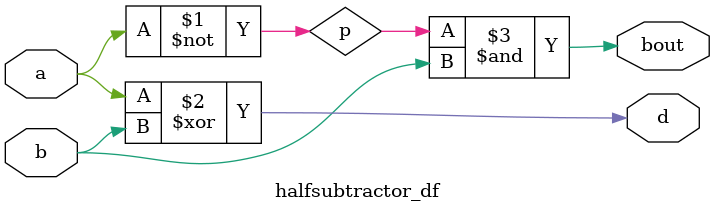
<source format=v>
`timescale 1ns / 1ps
module halfsubtractor_df(
    input a,b,
    output d,bout
    );
	 wire p;
	 assign p= ~a;
assign d=a^b;
assign bout=p&b;

endmodule

</source>
